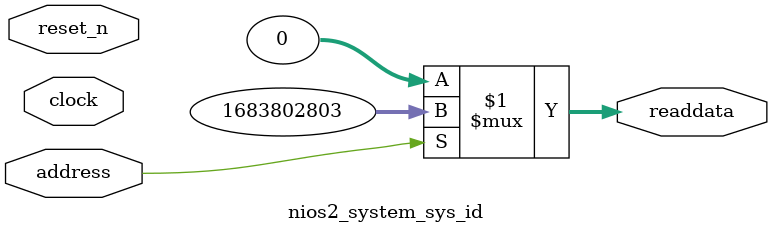
<source format=v>



// synthesis translate_off
`timescale 1ns / 1ps
// synthesis translate_on

// turn off superfluous verilog processor warnings 
// altera message_level Level1 
// altera message_off 10034 10035 10036 10037 10230 10240 10030 

module nios2_system_sys_id (
               // inputs:
                address,
                clock,
                reset_n,

               // outputs:
                readdata
             )
;

  output  [ 31: 0] readdata;
  input            address;
  input            clock;
  input            reset_n;

  wire    [ 31: 0] readdata;
  //control_slave, which is an e_avalon_slave
  assign readdata = address ? 1683802803 : 0;

endmodule



</source>
